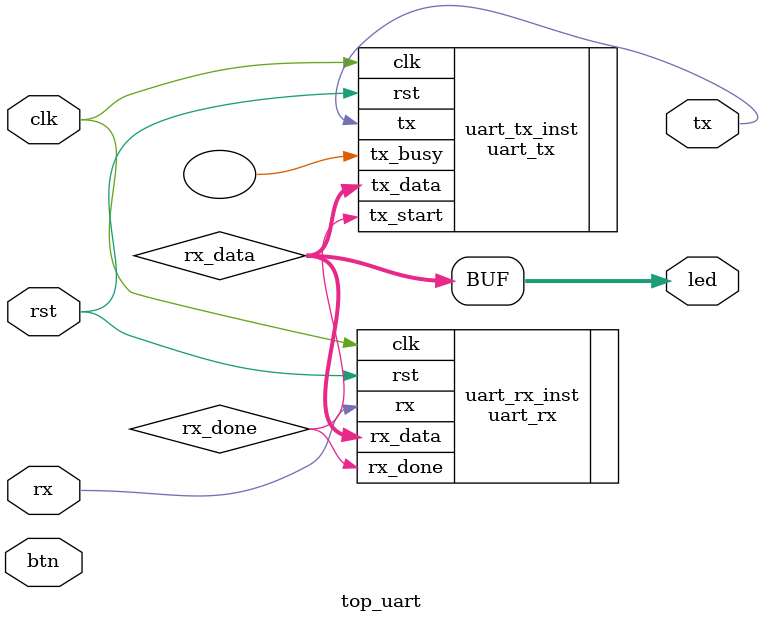
<source format=v>
module top_uart (
    input  wire clk,
    input  wire rst,
    input  wire rx,
    input  wire btn,
    output wire tx,
    output wire [7:0] led
);

    wire [7:0] rx_data;
    wire rx_done;

    uart_rx uart_rx_inst (
        .clk(clk),
        .rst(rst),
        .rx(rx),
        .rx_data(rx_data),
        .rx_done(rx_done)
    );

    uart_tx uart_tx_inst (
        .clk(clk),
        .rst(rst),
        .tx_start(rx_done),
        .tx_data(rx_data),
        .tx(tx),
        .tx_busy()
    );

    assign led = rx_data;

endmodule

</source>
